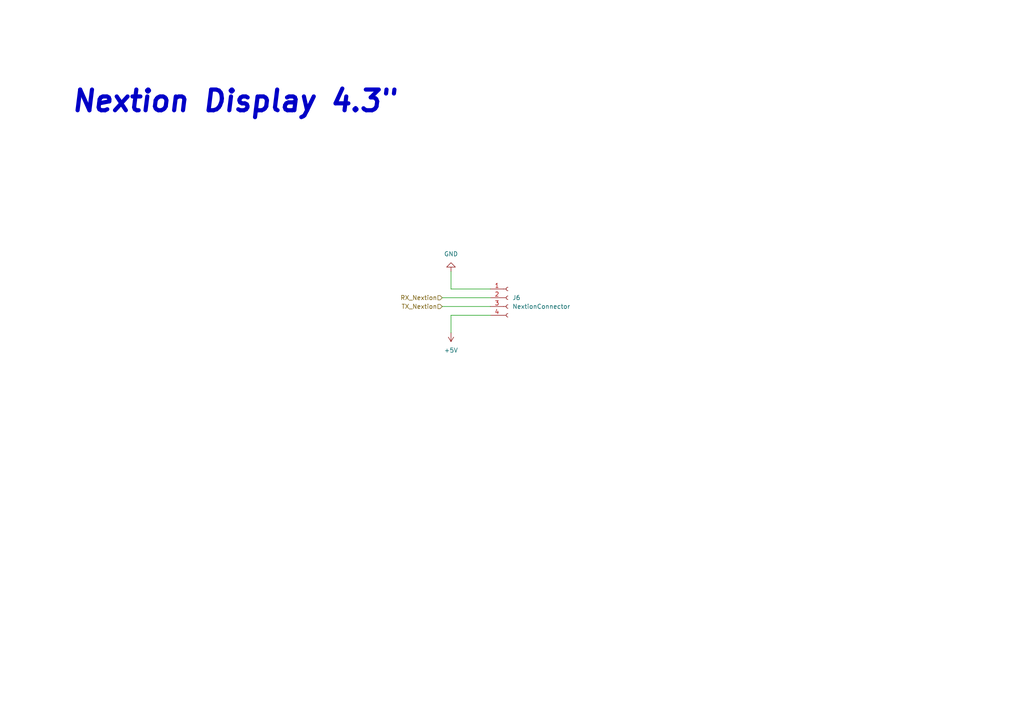
<source format=kicad_sch>
(kicad_sch (version 20230121) (generator eeschema)
  (paper "A4")
  (lib_symbols
    (symbol "Connector:Conn_01x04_Socket" (pin_names (offset 1.016) hide)
      (property "Reference" "J" (at 0 5.08 0))
      (property "Value" "Conn_01x04_Socket" (at 0 -7.62 0))
      (symbol "Conn_01x04_Socket_1_1"
        (arc (start 0 -4.572) (mid -0.5058 -5.08) (end 0 -5.588) (stroke (width 0.1524)))
        (arc (start 0 -2.032) (mid -0.5058 -2.54) (end 0 -3.048) (stroke (width 0.1524)))
        (polyline (pts (xy -1.27 -5.08) (xy -0.508 -5.08)) (stroke (width 0.1524)))
        (polyline (pts (xy -1.27 -2.54) (xy -0.508 -2.54)) (stroke (width 0.1524)))
        (polyline (pts (xy -1.27 0) (xy -0.508 0)) (stroke (width 0.1524)))
        (polyline (pts (xy -1.27 2.54) (xy -0.508 2.54)) (stroke (width 0.1524)))
        (arc (start 0 0.508) (mid -0.5058 0) (end 0 -0.508) (stroke (width 0.1524)))
        (arc (start 0 3.048) (mid -0.5058 2.54) (end 0 2.032) (stroke (width 0.1524)))
        (pin passive line (at -5.08 2.54 0) (length 3.81) (name "Pin_1") (number "1"))
        (pin passive line (at -5.08 0 0) (length 3.81) (name "Pin_2") (number "2"))
        (pin passive line (at -5.08 -2.54 0) (length 3.81) (name "Pin_3") (number "3"))
        (pin passive line (at -5.08 -5.08 0) (length 3.81) (name "Pin_4") (number "4"))
      )
    )
    (symbol "power:+5V" (power) (pin_names (offset 0))
      (property "Value" "+5V" (at 0 3.556 0))
      (symbol "+5V_0_1"
        (polyline (pts (xy -0.762 1.27) (xy 0 2.54)))
        (polyline (pts (xy 0 0) (xy 0 2.54)))
        (polyline (pts (xy 0 2.54) (xy 0.762 1.27)))
      )
      (symbol "+5V_1_1"
        (pin power_in line (at 0 0 90) (length 0) hide (name "+5V") (number "1"))
      )
    )
    (symbol "power:GND" (power) (pin_names (offset 0))
      (property "Value" "GND" (at 0 -3.81 0))
      (symbol "GND_0_1"
        (polyline (pts (xy 0 0) (xy 0 -1.27) (xy 1.27 -1.27) (xy 0 -2.54) (xy -1.27 -1.27) (xy 0 -1.27)))
      )
      (symbol "GND_1_1"
        (pin power_in line (at 0 0 270) (length 0) hide (name "GND") (number "1"))
      )
    )
  )
  (wire (pts (xy 130.81 91.44) (xy 130.81 96.52)))
  (wire (pts (xy 142.24 91.44) (xy 130.81 91.44)))
  (wire (pts (xy 128.27 88.9) (xy 142.24 88.9)))
  (wire (pts (xy 128.27 86.36) (xy 142.24 86.36)))
  (wire (pts (xy 130.81 83.82) (xy 142.24 83.82)))
  (wire (pts (xy 130.81 78.74) (xy 130.81 83.82)))
  (text "Nextion Display 4.3\"" (at 20.32 33.02 0) (effects (font (size 6 6) (thickness 1.2) bold italic) (justify left bottom)))
  (hierarchical_label "RX_Nextion" (shape input) (at 128.27 86.36 180))
  (hierarchical_label "TX_Nextion" (shape input) (at 128.27 88.9 180))
  (symbol (lib_id "power:+5V") (at 130.81 96.52 180) (unit 1)
    (property "Reference" "#PWR023" (effects hide))
    (property "Value" "+5V" (at 130.81 101.6 0))
  )
  (symbol (lib_id "power:GND") (at 130.81 78.74 180) (unit 1)
    (property "Reference" "#PWR046" (effects hide))
    (property "Value" "GND" (at 130.81 73.66 0))
  )
  (symbol (lib_id "Connector:Conn_01x04_Socket") (at 147.32 86.36 0) (unit 1)
    (property "Reference" "J6" (at 148.59 86.36 0) (effects (justify left)))
    (property "Value" "NextionConnector" (at 148.59 88.9 0) (effects (justify left)))
  )
)
</source>
